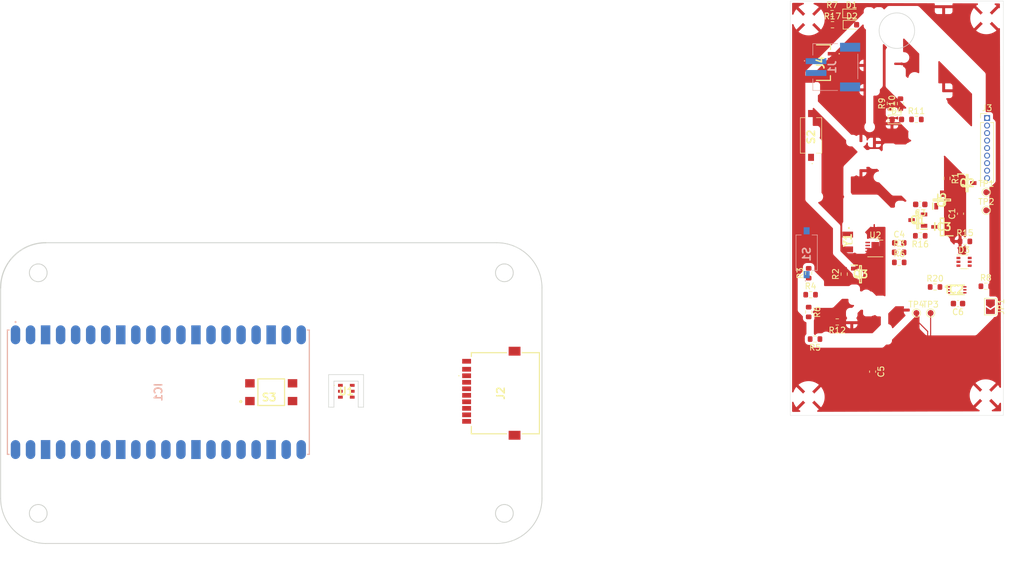
<source format=kicad_pcb>
(kicad_pcb (version 20221018) (generator pcbnew)
  (layers (0 "F.Cu" signal) (31 "B.Cu" signal) (34 "B.Paste" user) (35 "F.Paste" user) (36 "B.SilkS" user "B.Silkscreen") (37 "F.SilkS" user "F.Silkscreen") (38 "B.Mask" user) (39 "F.Mask" user) (44 "Edge.Cuts" user))
  (net 0 "")
  (net 4 "/HOLD_VSYS_EN")
  (net 6 "/ACT_LED")
  (net 7 "/SWITCH_STATUS")
  (net 8 "/RTC_ALARM")
  (net 9 "/RESET")
  (net 13 "/I2C1_SDA")
  (net 21 "/RUN")
  (net 27 "+3.3V")
  (net 30 "VSYS")
  (net 31 "VBUS")
  (net 32 "GND")
  (net 33 "+BATT")
  (net 35 "Net-(U1-VDD)")
  (net 37 "Net-(Q2-Pad1)")
  (net 38 "Net-(U2-~{INT})")
  (net 39 "V+_A0")
  (net 40 "Net-(U2-OSCI)")
  (net 41 "Net-(U2-OSCO)")
  (net 42 "Net-(D1-A)")
  (net 46 "/VSYS_EN")
  (net 47 "/ALARM_LED")
  (net 48 "Net-(IC2-ADDR)")
  (net 50 "Net-(D2-A)")
  (net 52 "/CS")
  (net 53 "/SCK")
  (net 54 "/SDcard/DAT2")
  (net 55 "/SDcard/DAT1")
  (net 56 "/SDcard/CARDDET")
  (net 57 "/MISO")
  (net 58 "/MOSI")
  (net 59 "/I2C1_SCL")
  (net 60 "/I2C0_SDA")
  (net 61 "/I2C0_SCL")
  (net 62 "/LDO/VSYS_EN")
  (net 63 "/LDO/VIN")
  (net 66 "/Button")
  (net 67 "Net-(D4-A)")
  (net 68 "/Record")
  (footprint "DMN3731U-7:SOT96P240X110-3N" (layer "F.Cu") (at 258.09 56.585 90)
    (fp_text reference "Q5" (at 0 0 90) (layer "F.SilkS") (effects (font (size 1.27 1.27) (thickness 0.254))))
    (fp_text value "DMN3731U-7" hide)
    (pad "1" smd rect (at -1.05 -0.96 180) (size 0.65 1.1) (layers "F.Cu" "F.Paste" "F.Mask") (net 62 "/LDO/VSYS_EN"))
    (pad "2" smd rect (at -1.05 0.96 180) (size 0.65 1.1) (layers "F.Cu" "F.Paste" "F.Mask") (net 32 "GND"))
    (pad "3" smd rect (at 1.05 0 180) (size 0.65 1.1) (layers "F.Cu" "F.Paste" "F.Mask") (net 37 "Net-(Q2-Pad1)"))
  )
  (footprint "HYCW110-TF10-180B:HYCW110TF10180B" (layer "F.Cu") (at 184.35 89.23 90)
    (fp_text reference "J2" (at 0 -0.775 90) (layer "F.SilkS") (effects (font (size 1.27 1.27) (thickness 0.254))))
    (fp_text value "HYCW110-TF10-180B" hide)
    (pad "" np_thru_hole circle (at -5 -3.35 90) (size 1.6 1.6) (drill 1.6) (layers "*.Cu" "*.Mask"))
    (pad "" np_thru_hole circle (at 5 -3.35 90) (size 1.6 1.6) (drill 1.6) (layers "*.Cu" "*.Mask"))
    (pad "1" smd rect (at 2.95 -6.55 90) (size 0.8 1.5) (layers "F.Cu" "F.Paste" "F.Mask") (net 54 "/SDcard/DAT2"))
    (pad "2" smd rect (at 1.85 -6.55 90) (size 0.8 1.5) (layers "F.Cu" "F.Paste" "F.Mask") (net 52 "/CS"))
    (pad "3" smd rect (at 0.75 -6.55 90) (size 0.8 1.5) (layers "F.Cu" "F.Paste" "F.Mask") (net 58 "/MOSI"))
    (pad "4" smd rect (at -0.35 -6.55 90) (size 0.8 1.5) (layers "F.Cu" "F.Paste" "F.Mask") (net 27 "+3.3V"))
    (pad "5" smd rect (at -1.45 -6.55 90) (size 0.8 1.5) (layers "F.Cu" "F.Paste" "F.Mask") (net 53 "/SCK"))
    (pad "6" smd rect (at -2.55 -6.55 90) (size 0.8 1.5) (layers "F.Cu" "F.Paste" "F.Mask") (net 32 "GND"))
    (pad "7" smd rect (at -3.65 -6.55 90) (size 0.8 1.5) (layers "F.Cu" "F.Paste" "F.Mask") (net 57 "/MISO"))
    (pad "8" smd rect (at -4.75 -6.55 90) (size 0.8 1.5) (layers "F.Cu" "F.Paste" "F.Mask") (net 55 "/SDcard/DAT1"))
    (pad "9" smd rect (at 5.4 -6.55 90) (size 0.8 1.5) (layers "F.Cu" "F.Paste" "F.Mask"))
    (pad "10" smd rect (at 4.05 -6.55 90) (size 0.8 1.5) (layers "F.Cu" "F.Paste" "F.Mask") (net 56 "/SDcard/CARDDET"))
    (pad "G1" smd rect (at 7.1 1.55 90) (size 1.5 2) (layers "F.Cu" "F.Paste" "F.Mask") (net 32 "GND"))
    (pad "G2" smd rect (at -7.1 1.55 90) (size 1.5 2) (layers "F.Cu" "F.Paste" "F.Mask") (net 32 "GND"))
  )
  (footprint "LED_SMD:LED_0603_1608Metric" (layer "F.Cu") (at 242.8925 26.985)
    (fp_text reference "D2" (at 0 -1.43) (layer "F.SilkS"))
    (fp_text value "RedLED")
    (pad "1" smd roundrect (at -0.7875 0) (size 0.875 0.95) (layers "F.Cu" "F.Paste" "F.Mask") (net 32 "GND"))
    (pad "2" smd roundrect (at 0.7875 0) (size 0.875 0.95) (layers "F.Cu" "F.Paste" "F.Mask") (net 50 "Net-(D2-A)"))
  )
  (footprint "TestPoint:TestPoint_Pad_D1.0mm" (layer "F.Cu") (at 253.78 75.685)
    (fp_text reference "TP4" (at 0 -1.448) (layer "F.SilkS"))
    (fp_text value "TestPoint")
    (pad "1" smd circle (at 0 0) (size 1 1) (layers "F.Cu" "F.Mask") (net 13 "/I2C1_SDA"))
  )
  (footprint "TL3305AF260QG:TL3305AF160QG" (layer "F.Cu") (at 144.795 89.054077)
    (fp_text reference "S3" (at -0.358 0.874) (layer "F.SilkS") (effects (font (size 1.27 1.27) (thickness 0.254))))
    (fp_text value "TL3305AF260QG" hide)
    (pad "1" smd rect (at -3.6 1.5 90) (size 1.4 1.6) (layers "F.Cu" "F.Paste" "F.Mask"))
    (pad "2" smd rect (at 3.6 1.5 90) (size 1.4 1.6) (layers "F.Cu" "F.Paste" "F.Mask") (net 32 "GND"))
    (pad "3" smd rect (at -3.6 -1.5 90) (size 1.4 1.6) (layers "F.Cu" "F.Paste" "F.Mask") (net 66 "/Button"))
    (pad "4" smd rect (at 3.6 -1.5 90) (size 1.4 1.6) (layers "F.Cu" "F.Paste" "F.Mask"))
  )
  (footprint "Q13FC1350000200:Q13FC1350000200" (layer "F.Cu") (at 242.18 63.685 -90)
    (fp_text reference "Y1" (at -0.325 0 90) (layer "F.SilkS") (effects (font (size 1.27 1.27) (thickness 0.254))))
    (fp_text value "Q13FC1350000200" hide)
    (pad "1" smd rect (at -1.25 0 270) (size 1 1.8) (layers "F.Cu" "F.Paste" "F.Mask") (net 40 "Net-(U2-OSCI)"))
    (pad "2" smd rect (at 1.25 0 270) (size 1 1.8) (layers "F.Cu" "F.Paste" "F.Mask") (net 41 "Net-(U2-OSCO)"))
  )
  (footprint "Resistor_SMD:R_0603_1608Metric" (layer "F.Cu") (at 235.905 72.585)
    (fp_text reference "R4" (at 0 -1.43) (layer "F.SilkS"))
    (fp_text value "10K")
    (pad "1" smd roundrect (at -0.825 0) (size 0.8 0.95) (layers "F.Cu" "F.Paste" "F.Mask") (net 61 "/I2C0_SCL"))
    (pad "2" smd roundrect (at 0.825 0) (size 0.8 0.95) (layers "F.Cu" "F.Paste" "F.Mask") (net 27 "+3.3V"))
  )
  (footprint "Resistor_SMD:R_0603_1608Metric" (layer "F.Cu") (at 254.43 62.635 180)
    (fp_text reference "R16" (at 0 -1.43) (layer "F.SilkS"))
    (fp_text value "120K")
    (pad "1" smd roundrect (at -0.825 0 180) (size 0.8 0.95) (layers "F.Cu" "F.Paste" "F.Mask") (net 63 "/LDO/VIN"))
    (pad "2" smd roundrect (at 0.825 0 180) (size 0.8 0.95) (layers "F.Cu" "F.Paste" "F.Mask") (net 31 "VBUS"))
  )
  (footprint "Capacitor_SMD:C_0603_1608Metric" (layer "F.Cu") (at 250.88 63.835)
    (fp_text reference "C4" (at 0 -1.43) (layer "F.SilkS"))
    (fp_text value "1uF")
    (pad "1" smd roundrect (at -0.775 0) (size 0.9 0.95) (layers "F.Cu" "F.Paste" "F.Mask") (net 39 "V+_A0"))
    (pad "2" smd roundrect (at 0.775 0) (size 0.9 0.95) (layers "F.Cu" "F.Paste" "F.Mask") (net 32 "GND"))
  )
  (footprint "Resistor_SMD:R_0603_1608Metric" (layer "F.Cu") (at 250.855 65.435)
    (fp_text reference "R3" (at 0 -1.43) (layer "F.SilkS"))
    (fp_text value "10K")
    (pad "1" smd roundrect (at -0.825 0) (size 0.8 0.95) (layers "F.Cu" "F.Paste" "F.Mask") (net 59 "/I2C1_SCL"))
    (pad "2" smd roundrect (at 0.825 0) (size 0.8 0.95) (layers "F.Cu" "F.Paste" "F.Mask") (net 27 "+3.3V"))
  )
  (footprint "Resistor_SMD:R_0603_1608Metric" (layer "F.Cu") (at 265.505 71.165)
    (fp_text reference "R8" (at 0 -1.43) (layer "F.SilkS"))
    (fp_text value "1K")
    (pad "1" smd roundrect (at -0.825 0) (size 0.8 0.95) (layers "F.Cu" "F.Paste" "F.Mask") (net 9 "/RESET"))
    (pad "2" smd roundrect (at 0.825 0) (size 0.8 0.95) (layers "F.Cu" "F.Paste" "F.Mask") (net 27 "+3.3V"))
  )
  (footprint "DMG2301L-7:SOT96P240X110-3N" (layer "F.Cu") (at 244.33 69.135)
    (fp_text reference "Q3" (at 0 0) (layer "F.SilkS") (effects (font (size 1.27 1.27) (thickness 0.254))))
    (fp_text value "DMG2301L-7" hide)
    (pad "1" smd rect (at -1.05 -0.96 90) (size 0.65 1.1) (layers "F.Cu" "F.Paste" "F.Mask") (net 38 "Net-(U2-~{INT})"))
    (pad "2" smd rect (at -1.05 0.96 90) (size 0.65 1.1) (layers "F.Cu" "F.Paste" "F.Mask") (net 39 "V+_A0"))
    (pad "3" smd rect (at 1.05 0 90) (size 0.65 1.1) (layers "F.Cu" "F.Paste" "F.Mask") (net 8 "/RTC_ALARM"))
  )
  (footprint "Resistor_SMD:R_0603_1608Metric" (layer "F.Cu") (at 253.78 42.985)
    (fp_text reference "R11" (at 0 -1.43) (layer "F.SilkS"))
    (fp_text value "1K")
    (pad "1" smd roundrect (at -0.825 0) (size 0.8 0.95) (layers "F.Cu" "F.Paste" "F.Mask") (net 68 "/Record"))
    (pad "2" smd roundrect (at 0.825 0) (size 0.8 0.95) (layers "F.Cu" "F.Paste" "F.Mask") (net 67 "Net-(D4-A)"))
  )
  (footprint "AP2138N-3.3TRG1:SOT95P282X145-3N" (layer "F.Cu") (at 258.13 61.135 180)
    (fp_text reference "IC3" (at 0 0) (layer "F.SilkS") (effects (font (size 1.27 1.27) (thickness 0.254))))
    (fp_text value "AP2138N-3.3TRG1" hide)
    (pad "1" smd rect (at -1.25 -0.95 270) (size 0.6 1.2) (layers "F.Cu" "F.Paste" "F.Mask") (net 32 "GND"))
    (pad "2" smd rect (at -1.25 0.95 270) (size 0.6 1.2) (layers "F.Cu" "F.Paste" "F.Mask") (net 39 "V+_A0"))
    (pad "3" smd rect (at 1.25 0 270) (size 0.6 1.2) (layers "F.Cu" "F.Paste" "F.Mask") (net 63 "/LDO/VIN"))
  )
  (footprint "Resistor_SMD:R_0603_1608Metric" (layer "F.Cu") (at 241.58 69.11 90)
    (fp_text reference "R2" (at 0 -1.43 90) (layer "F.SilkS"))
    (fp_text value "120K")
    (pad "1" smd roundrect (at -0.825 0 90) (size 0.8 0.95) (layers "F.Cu" "F.Paste" "F.Mask") (net 39 "V+_A0"))
    (pad "2" smd roundrect (at 0.825 0 90) (size 0.8 0.95) (layers "F.Cu" "F.Paste" "F.Mask") (net 38 "Net-(U2-~{INT})"))
  )
  (footprint "DMG2301L-7:SOT96P240X110-3N" (layer "F.Cu") (at 262.33 53.735)
    (fp_text reference "Q2" (at 0 0) (layer "F.SilkS") (effects (font (size 1.27 1.27) (thickness 0.254))))
    (fp_text value "DMG2301L-7" hide)
    (pad "1" smd rect (at -1.05 -0.96 90) (size 0.65 1.1) (layers "F.Cu" "F.Paste" "F.Mask") (net 37 "Net-(Q2-Pad1)"))
    (pad "2" smd rect (at -1.05 0.96 90) (size 0.65 1.1) (layers "F.Cu" "F.Paste" "F.Mask") (net 63 "/LDO/VIN"))
    (pad "3" smd rect (at 1.05 0 90) (size 0.65 1.1) (layers "F.Cu" "F.Paste" "F.Mask") (net 30 "VSYS"))
  )
  (footprint "Capacitor_SMD:C_0603_1608Metric" (layer "F.Cu") (at 246.38 85.585 -90)
    (fp_text reference "C5" (at 0 -1.43 90) (layer "F.SilkS"))
    (fp_text value "0.1uF")
    (pad "1" smd roundrect (at -0.775 0 270) (size 0.9 0.95) (layers "F.Cu" "F.Paste" "F.Mask") (net 35 "Net-(U1-VDD)"))
    (pad "2" smd roundrect (at 0.775 0 270) (size 0.9 0.95) (layers "F.Cu" "F.Paste" "F.Mask") (net 32 "GND"))
  )
  (footprint "AHT20:AHT20" (layer "F.Cu") (at 157.48 88.9)
    (fp_text reference "U1" (at 0 0) (layer "F.SilkS") (effects (font (size 1.27 1.27) (thickness 0.254))))
    (fp_text value "AHT20" hide)
    (pad "1" smd rect (at -1 -1 90) (size 0.5 0.8) (layers "F.Cu" "F.Paste" "F.Mask"))
    (pad "2" smd rect (at -1 0 90) (size 0.5 0.8) (layers "F.Cu" "F.Paste" "F.Mask") (net 35 "Net-(U1-VDD)"))
    (pad "3" smd rect (at -1 1 90) (size 0.5 0.8) (layers "F.Cu" "F.Paste" "F.Mask") (net 59 "/I2C1_SCL"))
    (pad "4" smd rect (at 1 1 90) (size 0.5 0.8) (layers "F.Cu" "F.Paste" "F.Mask") (net 13 "/I2C1_SDA"))
    (pad "5" smd rect (at 1 0 90) (size 0.5 0.8) (layers "F.Cu" "F.Paste" "F.Mask") (net 32 "GND"))
    (pad "6" smd rect (at 1 -1 90) (size 0.5 0.8) (layers "F.Cu" "F.Paste" "F.Mask"))
  )
  (footprint "Capacitor_SMD:C_0603_1608Metric" (layer "F.Cu") (at 261.23 58.91 90)
    (fp_text reference "C1" (at 0 -1.43 90) (layer "F.SilkS"))
    (fp_text value "1uF")
    (pad "1" smd roundrect (at -0.775 0 90) (size 0.9 0.95) (layers "F.Cu" "F.Paste" "F.Mask") (net 39 "V+_A0"))
    (pad "2" smd roundrect (at 0.775 0 90) (size 0.9 0.95) (layers "F.Cu" "F.Paste" "F.Mask") (net 32 "GND"))
  )
  (footprint "Capacitor_SMD:C_0603_1608Metric" (layer "F.Cu") (at 254.43 57.335 180)
    (fp_text reference "C3" (at 0 -1.43) (layer "F.SilkS"))
    (fp_text value "1uF")
    (pad "1" smd roundrect (at -0.775 0 180) (size 0.9 0.95) (layers "F.Cu" "F.Paste" "F.Mask") (net 63 "/LDO/VIN"))
    (pad "2" smd roundrect (at 0.775 0 180) (size 0.9 0.95) (layers "F.Cu" "F.Paste" "F.Mask") (net 32 "GND"))
  )
  (footprint "LED_SMD:LED_0603_1608Metric" (layer "F.Cu") (at 250.48 42.985)
    (fp_text reference "D4" (at 0 -1.43) (layer "F.SilkS"))
    (fp_text value "RedLED")
    (pad "1" smd roundrect (at -0.7875 0) (size 0.875 0.95) (layers "F.Cu" "F.Paste" "F.Mask") (net 32 "GND"))
    (pad "2" smd roundrect (at 0.7875 0) (size 0.875 0.95) (layers "F.Cu" "F.Paste" "F.Mask") (net 67 "Net-(D4-A)"))
  )
  (footprint "Capacitor_SMD:C_0603_1608Metric" (layer "F.Cu") (at 260.805 74.085 180)
    (fp_text reference "C6" (at 0 -1.43) (layer "F.SilkS"))
    (fp_text value "1uF")
    (pad "1" smd roundrect (at -0.775 0 180) (size 0.9 0.95) (layers "F.Cu" "F.Paste" "F.Mask") (net 9 "/RESET"))
    (pad "2" smd roundrect (at 0.775 0 180) (size 0.9 0.95) (layers "F.Cu" "F.Paste" "F.Mask") (net 32 "GND"))
  )
  (footprint "Resistor_SMD:R_0603_1608Metric" (layer "F.Cu") (at 239.605 26.985)
    (fp_text reference "R17" (at 0 -1.43) (layer "F.SilkS"))
    (fp_text value "1K")
    (pad "1" smd roundrect (at -0.825 0) (size 0.8 0.95) (layers "F.Cu" "F.Paste" "F.Mask") (net 47 "/ALARM_LED"))
    (pad "2" smd roundrect (at 0.825 0) (size 0.8 0.95) (layers "F.Cu" "F.Paste" "F.Mask") (net 50 "Net-(D2-A)"))
  )
  (footprint "Jumper:SolderJumper-2_P1.3mm_Open_TrianglePad1.0x1.5mm" (layer "F.Cu") (at 266.28 74.61 -90)
    (fp_text reference "JP1" (at 0 -1.8 90) (layer "F.SilkS"))
    (fp_text value "SolderJumper_2_Open")
    (pad "1" smd custom (at -0.725 0 270) (size 0.3 0.3) (layers "F.Cu" "F.Mask") (net 27 "+3.3V") (options (clearance outline) (anchor rect)) (primitives (gr_poly (pts (xy 1 0) (xy 0.5 0.75) (xy -0.5 0.75) (xy -0.5 -0.75) (xy 0.5 -0.75)) (width 0) (fill yes))))
    (pad "2" smd custom (at 0.725 0 270) (size 0.3 0.3) (layers "F.Cu" "F.Mask") (net 48 "Net-(IC2-ADDR)") (options (clearance outline) (anchor rect)) (primitives (gr_poly (pts (xy 0.5 0.75) (xy -0.65 0.75) (xy -0.15 0) (xy -0.65 -0.75) (xy 0.5 -0.75)) (width 0) (fill yes))))
  )
  (footprint "LED_SMD:LED_0603_1608Metric" (layer "F.Cu") (at 242.8175 25.085)
    (fp_text reference "D1" (at 0 -1.43) (layer "F.SilkS"))
    (fp_text value "WhiteLED")
    (pad "1" smd roundrect (at -0.7875 0) (size 0.875 0.95) (layers "F.Cu" "F.Paste" "F.Mask") (net 32 "GND"))
    (pad "2" smd roundrect (at 0.7875 0) (size 0.875 0.95) (layers "F.Cu" "F.Paste" "F.Mask") (net 42 "Net-(D1-A)"))
  )
  (footprint "Resistor_SMD:R_0603_1608Metric" (layer "F.Cu") (at 235.58 75.51 -90)
    (fp_text reference "R6" (at 0 -1.43 90) (layer "F.SilkS"))
    (fp_text value "10K")
    (pad "1" smd roundrect (at -0.825 0 270) (size 0.8 0.95) (layers "F.Cu" "F.Paste" "F.Mask") (net 13 "/I2C1_SDA"))
    (pad "2" smd roundrect (at 0.825 0 270) (size 0.8 0.95) (layers "F.Cu" "F.Paste" "F.Mask") (net 27 "+3.3V"))
  )
  (footprint "TS-1101-C-W:TS1101CW" (layer "F.Cu") (at 235.98 45.685 90)
    (fp_text reference "S2" (at -0.25 0 90) (layer "F.SilkS") (effects (font (size 1.27 1.27) (thickness 0.254))))
    (fp_text value "TS-1101-C-W" hide)
    (pad "1" smd rect (at -3.7 0 180) (size 1 1.2) (layers "F.Cu" "F.Paste" "F.Mask") (net 7 "/SWITCH_STATUS"))
    (pad "2" smd rect (at 3.7 0 180) (size 1 1.2) (layers "F.Cu" "F.Paste" "F.Mask") (net 39 "V+_A0"))
  )
  (footprint "TestPoint:TestPoint_Pad_D1.0mm" (layer "F.Cu") (at 265.58 55.285)
    (fp_text reference "TP1" (at 0 -1.448) (layer "F.SilkS"))
    (fp_text value "TestPoint")
    (pad "1" smd circle (at 0 0) (size 1 1) (layers "F.Cu" "F.Mask") (net 61 "/I2C0_SCL"))
  )
  (footprint "Resistor_SMD:R_0603_1608Metric" (layer "F.Cu") (at 239.53 25.085)
    (fp_text reference "R7" (at 0 -1.43) (layer "F.SilkS"))
    (fp_text value "1K")
    (pad "1" smd roundrect (at -0.825 0) (size 0.8 0.95) (layers "F.Cu" "F.Paste" "F.Mask") (net 6 "/ACT_LED"))
    (pad "2" smd roundrect (at 0.825 0) (size 0.8 0.95) (layers "F.Cu" "F.Paste" "F.Mask") (net 42 "Net-(D1-A)"))
  )
  (footprint "TestPoint:TestPoint_Pad_D1.0mm" (layer "F.Cu") (at 265.58 58.335)
    (fp_text reference "TP2" (at 0 -1.448) (layer "F.SilkS"))
    (fp_text value "TestPoint")
    (pad "1" smd circle (at 0 0) (size 1 1) (layers "F.Cu" "F.Mask") (net 60 "/I2C0_SDA"))
  )
  (footprint "Resistor_SMD:R_0603_1608Metric" (layer "F.Cu") (at 249.38 40.285 90)
    (fp_text reference "R9" (at 0 -1.43 90) (layer "F.SilkS"))
    (fp_text value "47K")
    (pad "1" smd roundrect (at -0.825 0 90) (size 0.8 0.95) (layers "F.Cu" "F.Paste" "F.Mask") (net 27 "+3.3V"))
    (pad "2" smd roundrect (at 0.825 0 90) (size 0.8 0.95) (layers "F.Cu" "F.Paste" "F.Mask") (net 56 "/SDcard/CARDDET"))
  )
  (footprint "Resistor_SMD:R_0603_1608Metric" (layer "F.Cu") (at 235.58 68.96 90)
    (fp_text reference "R3" (at 0 -1.43 90) (layer "F.SilkS"))
    (fp_text value "10K")
    (pad "1" smd roundrect (at -0.825 0 90) (size 0.8 0.95) (layers "F.Cu" "F.Paste" "F.Mask") (net 59 "/I2C1_SCL"))
    (pad "2" smd roundrect (at 0.825 0 90) (size 0.8 0.95) (layers "F.Cu" "F.Paste" "F.Mask") (net 27 "+3.3V"))
  )
  (footprint "Connector_PinHeader_1.27mm:PinHeader_1x09_P1.27mm_Vertical" (layer "F.Cu") (at 265.72 42.745)
    (fp_text reference "J3" (at 0 -1.695) (layer "F.SilkS"))
    (fp_text value "Conn_01x09_Pin")
    (pad "1" thru_hole rect (at 0 0) (size 1 1) (drill 0.65) (layers "*.Cu" "*.Mask") (net 27 "+3.3V"))
    (pad "2" thru_hole oval (at 0 1.27) (size 1 1) (drill 0.65) (layers "*.Cu" "*.Mask") (net 32 "GND"))
    (pad "3" thru_hole oval (at 0 2.54) (size 1 1) (drill 0.65) (layers "*.Cu" "*.Mask") (net 53 "/SCK"))
    (pad "4" thru_hole oval (at 0 3.81) (size 1 1) (drill 0.65) (layers "*.Cu" "*.Mask") (net 57 "/MISO"))
    (pad "5" thru_hole oval (at 0 5.08) (size 1 1) (drill 0.65) (layers "*.Cu" "*.Mask") (net 58 "/MOSI"))
    (pad "6" thru_hole oval (at 0 6.35) (size 1 1) (drill 0.65) (layers "*.Cu" "*.Mask") (net 52 "/CS"))
    (pad "7" thru_hole oval (at 0 7.62) (size 1 1) (drill 0.65) (layers "*.Cu" "*.Mask") (net 55 "/SDcard/DAT1"))
    (pad "8" thru_hole oval (at 0 8.89) (size 1 1) (drill 0.65) (layers "*.Cu" "*.Mask") (net 54 "/SDcard/DAT2"))
    (pad "9" thru_hole oval (at 0 10.16) (size 1 1) (drill 0.65) (layers "*.Cu" "*.Mask") (net 56 "/SDcard/CARDDET"))
  )
  (footprint "Resistor_SMD:R_0603_1608Metric" (layer "F.Cu") (at 258.93 52.935 -90)
    (fp_text reference "R1" (at 0 -1.43 90) (layer "F.SilkS"))
    (fp_text value "120K")
    (pad "1" smd roundrect (at -0.825 0 270) (size 0.8 0.95) (layers "F.Cu" "F.Paste" "F.Mask") (net 37 "Net-(Q2-Pad1)"))
    (pad "2" smd roundrect (at 0.825 0 270) (size 0.8 0.95) (layers "F.Cu" "F.Paste" "F.Mask") (net 63 "/LDO/VIN"))
  )
  (footprint "Resistor_SMD:R_0603_1608Metric" (layer "F.Cu") (at 236.655 80.085 180)
    (fp_text reference "R5" (at 0 -1.43) (layer "F.SilkS"))
    (fp_text value "10K")
    (pad "1" smd roundrect (at -0.825 0 180) (size 0.8 0.95) (layers "F.Cu" "F.Paste" "F.Mask") (net 60 "/I2C0_SDA"))
    (pad "2" smd roundrect (at 0.825 0 180) (size 0.8 0.95) (layers "F.Cu" "F.Paste" "F.Mask") (net 27 "+3.3V"))
  )
  (footprint "Resistor_SMD:R_0603_1608Metric" (layer "F.Cu") (at 250.88 67.135)
    (fp_text reference "R6" (at 0 -1.43) (layer "F.SilkS"))
    (fp_text value "10K")
    (pad "1" smd roundrect (at -0.825 0) (size 0.8 0.95) (layers "F.Cu" "F.Paste" "F.Mask") (net 13 "/I2C1_SDA"))
    (pad "2" smd roundrect (at 0.825 0) (size 0.8 0.95) (layers "F.Cu" "F.Paste" "F.Mask") (net 27 "+3.3V"))
  )
  (footprint "Resistor_SMD:R_0603_1608Metric" (layer "F.Cu") (at 256.93 71.285)
    (fp_text reference "R20" (at 0 -1.43) (layer "F.SilkS"))
    (fp_text value "10K")
    (pad "1" smd roundrect (at -0.825 0) (size 0.8 0.95) (layers "F.Cu" "F.Paste" "F.Mask") (net 32 "GND"))
    (pad "2" smd roundrect (at 0.825 0) (size 0.8 0.95) (layers "F.Cu" "F.Paste" "F.Mask") (net 48 "Net-(IC2-ADDR)"))
  )
  (footprint "Resistor_SMD:R_0603_1608Metric" (layer "F.Cu") (at 240.405 77.185 180)
    (fp_text reference "R12" (at 0 -1.43) (layer "F.SilkS"))
    (fp_text value "220")
    (pad "1" smd roundrect (at -0.825 0 180) (size 0.8 0.95) (layers "F.Cu" "F.Paste" "F.Mask") (net 35 "Net-(U1-VDD)"))
    (pad "2" smd roundrect (at 0.825 0 180) (size 0.8 0.95) (layers "F.Cu" "F.Paste" "F.Mask") (net 27 "+3.3V"))
  )
  (footprint "Package_TO_SOT_SMD:SOT-363_SC-70-6" (layer "F.Cu") (at 261.83 67.035)
    (fp_text reference "D3" (at 0 -2) (layer "F.SilkS"))
    (fp_text value "1PS88SB48")
    (pad "1" smd rect (at -0.95 -0.65) (size 0.65 0.4) (layers "F.Cu" "F.Paste" "F.Mask") (net 7 "/SWITCH_STATUS"))
    (pad "2" smd rect (at -0.95 0) (size 0.65 0.4) (layers "F.Cu" "F.Paste" "F.Mask"))
    (pad "3" smd rect (at -0.95 0.65) (size 0.65 0.4) (layers "F.Cu" "F.Paste" "F.Mask") (net 46 "/VSYS_EN"))
    (pad "4" smd rect (at 0.95 0.65) (size 0.65 0.4) (layers "F.Cu" "F.Paste" "F.Mask") (net 4 "/HOLD_VSYS_EN"))
    (pad "5" smd rect (at 0.95 0) (size 0.65 0.4) (layers "F.Cu" "F.Paste" "F.Mask") (net 8 "/RTC_ALARM"))
    (pad "6" smd rect (at 0.95 -0.65) (size 0.65 0.4) (layers "F.Cu" "F.Paste" "F.Mask") (net 46 "/VSYS_EN"))
  )
  (footprint "Package_DFN_QFN:DFN-10-1EP_2.6x2.6mm_P0.5mm_EP1.3x2.2mm" (layer "F.Cu") (at 246.835 64.775)
    (fp_text reference "U2" (at 0 -2.25) (layer "F.SilkS"))
    (fp_text value "PCF85063ATL")
    (pad "1" smd roundrect (at -1.275 -1) (size 0.8 0.25) (layers "F.Cu" "F.Paste" "F.Mask") (net 40 "Net-(U2-OSCI)"))
    (pad "2" smd roundrect (at -1.275 -0.5) (size 0.8 0.25) (layers "F.Cu" "F.Paste" "F.Mask") (net 41 "Net-(U2-OSCO)"))
    (pad "3" smd roundrect (at -1.275 0) (size 0.8 0.25) (layers "F.Cu" "F.Paste" "F.Mask") (net 39 "V+_A0"))
    (pad "4" smd roundrect (at -1.275 0.5) (size 0.8 0.25) (layers "F.Cu" "F.Paste" "F.Mask") (net 38 "Net-(U2-~{INT})"))
    (pad "5" smd roundrect (at -1.275 1) (size 0.8 0.25) (layers "F.Cu" "F.Paste" "F.Mask") (net 32 "GND"))
    (pad "6" smd roundrect (at 1.275 1) (size 0.8 0.25) (layers "F.Cu" "F.Paste" "F.Mask") (net 13 "/I2C1_SDA"))
    (pad "7" smd roundrect (at 1.275 0.5) (size 0.8 0.25) (layers "F.Cu" "F.Paste" "F.Mask") (net 59 "/I2C1_SCL"))
    (pad "8" smd roundrect (at 1.275 0) (size 0.8 0.25) (layers "F.Cu" "F.Paste" "F.Mask"))
    (pad "9" smd roundrect (at 1.275 -0.5) (size 0.8 0.25) (layers "F.Cu" "F.Paste" "F.Mask") (net 47 "/ALARM_LED"))
    (pad "10" smd roundrect (at 1.275 -1) (size 0.8 0.25) (layers "F.Cu" "F.Paste" "F.Mask") (net 39 "V+_A0"))
    (pad "11" smd rect (at 0 0) (size 1.3 2.2) (layers "F.Cu" "F.Mask"))
  )
  (footprint "SM04B-SRSS-TB:SM04BSRSSTB" (layer "F.Cu") (at 237.293 33.385 -90)
    (fp_text reference "J4" (at 0 -0.288 90) (layer "F.SilkS") (effects (font (size 1.27 1.27) (thickness 0.254))))
    (fp_text value "SM04B-SRSS-TB" hide)
    (pad "1" smd rect (at -1.5 -2.287 270) (size 0.6 1.55) (layers "F.Cu" "F.Paste" "F.Mask") (net 59 "/I2C1_SCL"))
    (pad "2" smd rect (at -0.5 -2.287 270) (size 0.6 1.55) (layers "F.Cu" "F.Paste" "F.Mask") (net 13 "/I2C1_SDA"))
    (pad "3" smd rect (at 0.5 -2.287 270) (size 0.6 1.55) (layers "F.Cu" "F.Paste" "F.Mask") (net 27 "+3.3V"))
    (pad "4" smd rect (at 1.5 -2.287 270) (size 0.6 1.55) (layers "F.Cu" "F.Paste" "F.Mask") (net 32 "GND"))
    (pad "MP1" smd rect (at -2.8 1.588 270) (size 1.2 1.8) (layers "F.Cu" "F.Paste" "F.Mask") (net 32 "GND"))
    (pad "MP2" smd rect (at 2.8 1.588 270) (size 1.2 1.8) (layers "F.Cu" "F.Paste" "F.Mask") (net 32 "GND"))
  )
  (footprint "TestPoint:TestPoint_Pad_D1.0mm" (layer "F.Cu") (at 256.18 75.685)
    (fp_text reference "TP3" (at 0 -1.448) (layer "F.SilkS"))
    (fp_text value "TestPoint")
    (pad "1" smd circle (at 0 0) (size 1 1) (layers "F.Cu" "F.Mask") (net 59 "/I2C1_SCL"))
  )
  (footprint "Resistor_SMD:R_0603_1608Metric" (layer "F.Cu") (at 251.08 40.31 90)
    (fp_text reference "R10" (at 0 -1.43 90) (layer "F.SilkS"))
    (fp_text value "47K")
    (pad "1" smd roundrect (at -0.825 0 90) (size 0.8 0.95) (layers "F.Cu" "F.Paste" "F.Mask") (net 27 "+3.3V"))
    (pad "2" smd roundrect (at 0.825 0 90) (size 0.8 0.95) (layers "F.Cu" "F.Paste" "F.Mask") (net 54 "/SDcard/DAT2"))
  )
  (footprint "BH1750:WSOF6" (layer "F.Cu") (at 260.585 71.765)
    (fp_text reference "IC2" (at -0.357 -0.055) (layer "F.SilkS") (effects (font (size 1.27 1.27) (thickness 0.254))))
    (fp_text value "BH1750FVI-TR" hide)
    (pad "1" smd rect (at -1.375 -0.5 90) (size 0.25 0.55) (layers "F.Cu" "F.Paste" "F.Mask") (net 27 "+3.3V"))
    (pad "2" smd rect (at -1.375 0 90) (size 0.25 0.55) (layers "F.Cu" "F.Paste" "F.Mask") (net 48 "Net-(IC2-ADDR)"))
    (pad "3" smd rect (at -1.375 0.5 90) (size 0.25 0.55) (layers "F.Cu" "F.Paste" "F.Mask") (net 32 "GND"))
    (pad "4" smd rect (at 1.375 0.5 90) (size 0.25 0.55) (layers "F.Cu" "F.Paste" "F.Mask") (net 13 "/I2C1_SDA"))
    (pad "5" smd rect (at 1.375 0 90) (size 0.25 0.55) (layers "F.Cu" "F.Paste" "F.Mask") (net 9 "/RESET"))
    (pad "6" smd rect (at 1.375 -0.5 90) (size 0.25 0.55) (layers "F.Cu" "F.Paste" "F.Mask") (net 59 "/I2C1_SCL"))
  )
  (footprint "Resistor_SMD:R_0603_1608Metric" (layer "F.Cu") (at 261.98 63.585)
    (fp_text reference "R15" (at 0 -1.43) (layer "F.SilkS"))
    (fp_text value "620K")
    (pad "1" smd roundrect (at -0.825 0) (size 0.8 0.95) (layers "F.Cu" "F.Paste" "F.Mask") (net 32 "GND"))
    (pad "2" smd roundrect (at 0.825 0) (size 0.8 0.95) (layers "F.Cu" "F.Paste" "F.Mask") (net 46 "/VSYS_EN"))
  )
  (footprint "DMG2301L-7:SOT96P240X110-3N" (layer "F.Cu") (at 254.02 59.985 180)
    (fp_text reference "Q1" (at 0 0) (layer "F.SilkS") (effects (font (size 1.27 1.27) (thickness 0.254))))
    (fp_text value "DMG2301L-7" hide)
    (pad "1" smd rect (at -1.05 -0.96 270) (size 0.65 1.1) (layers "F.Cu" "F.Paste" "F.Mask") (net 31 "VBUS"))
    (pad "2" smd rect (at -1.05 0.96 270) (size 0.65 1.1) (layers "F.Cu" "F.Paste" "F.Mask") (net 63 "/LDO/VIN"))
    (pad "3" smd rect (at 1.05 0 270) (size 0.65 1.1) (layers "F.Cu" "F.Paste" "F.Mask") (net 33 "+BATT"))
  )
  (footprint "TS-1101-C-W:TS1101CW" (layer "B.Cu") (at 235.24 65.495 90)
    (fp_text reference "S1" (at -0.25 0 90) (layer "B.SilkS") (effects (font (size 1.27 1.27) (thickness 0.254)) (justify mirror)))
    (fp_text value "TS-1101-C-W" hide)
    (pad "1" smd rect (at -3.7 0) (size 1 1.2) (layers "B.Cu" "B.Paste" "B.Mask") (net 21 "/RUN"))
    (pad "2" smd rect (at 3.7 0) (size 1 1.2) (layers "B.Cu" "B.Paste" "B.Mask") (net 32 "GND"))
  )
  (footprint "PICO_W:RASPBERRYPIPICOW" (layer "B.Cu") (at 125.73 89.054077 -90)
    (fp_text reference "IC1" (at 0 0 90) (layer "B.SilkS") (effects (font (size 1.27 1.27) (thickness 0.254)) (justify mirror)))
    (fp_text value "RASPBERRY_PI_PICO_W" hide)
    (pad "1" smd oval (at -9.69 24.13 180) (size 1.6 3.2) (layers "B.Cu" "B.Paste" "B.Mask"))
    (pad "2" smd oval (at -9.69 21.59 180) (size 1.6 3.2) (layers "B.Cu" "B.Paste" "B.Mask"))
    (pad "3" smd rect (at -9.69 19.05 180) (size 1.6 3.2) (layers "B.Cu" "B.Paste" "B.Mask"))
    (pad "4" smd oval (at -9.69 16.51 180) (size 1.6 3.2) (layers "B.Cu" "B.Paste" "B.Mask") (net 4 "/HOLD_VSYS_EN"))
    (pad "5" smd oval (at -9.69 13.97 180) (size 1.6 3.2) (layers "B.Cu" "B.Paste" "B.Mask") (net 66 "/Button"))
    (pad "6" smd oval (at -9.69 11.43 180) (size 1.6 3.2) (layers "B.Cu" "B.Paste" "B.Mask") (net 13 "/I2C1_SDA"))
    (pad "7" smd oval (at -9.69 8.89 180) (size 1.6 3.2) (layers "B.Cu" "B.Paste" "B.Mask") (net 59 "/I2C1_SCL"))
    (pad "8" smd rect (at -9.69 6.35 180) (size 1.6 3.2) (layers "B.Cu" "B.Paste" "B.Mask"))
    (pad "9" smd oval (at -9.69 3.81 180) (size 1.6 3.2) (layers "B.Cu" "B.Paste" "B.Mask") (net 6 "/ACT_LED"))
    (pad "10" smd oval (at -9.69 1.27 180) (size 1.6 3.2) (layers "B.Cu" "B.Paste" "B.Mask") (net 7 "/SWITCH_STATUS"))
    (pad "11" smd oval (at -9.69 -1.27 180) (size 1.6 3.2) (layers "B.Cu" "B.Paste" "B.Mask") (net 57 "/MISO"))
    (pad "12" smd oval (at -9.69 -3.81 180) (size 1.6 3.2) (layers "B.Cu" "B.Paste" "B.Mask") (net 52 "/CS"))
    (pad "13" smd rect (at -9.69 -6.35 180) (size 1.6 3.2) (layers "B.Cu" "B.Paste" "B.Mask"))
    (pad "14" smd oval (at -9.69 -8.89 180) (size 1.6 3.2) (layers "B.Cu" "B.Paste" "B.Mask") (net 53 "/SCK"))
    (pad "15" smd oval (at -9.69 -11.43 180) (size 1.6 3.2) (layers "B.Cu" "B.Paste" "B.Mask") (net 58 "/MOSI"))
    (pad "16" smd oval (at -9.69 -13.97 180) (size 1.6 3.2) (layers "B.Cu" "B.Paste" "B.Mask") (net 68 "/Record"))
    (pad "17" smd oval (at -9.69 -16.51 180) (size 1.6 3.2) (layers "B.Cu" "B.Paste" "B.Mask"))
    (pad "18" smd rect (at -9.69 -19.05 180) (size 1.6 3.2) (layers "B.Cu" "B.Paste" "B.Mask"))
    (pad "19" smd oval (at -9.69 -21.59 180) (size 1.6 3.2) (layers "B.Cu" "B.Paste" "B.Mask") (net 8 "/RTC_ALARM"))
    (pad "20" smd oval (at -9.69 -24.13 180) (size 1.6 3.2) (layers "B.Cu" "B.Paste" "B.Mask") (net 9 "/RESET"))
    (pad "21" smd oval (at 9.69 -24.13 180) (size 1.6 3.2) (layers "B.Cu" "B.Paste" "B.Mask") (net 60 "/I2C0_SDA"))
    (pad "22" smd oval (at 9.69 -21.59 180) (size 1.6 3.2) (layers "B.Cu" "B.Paste" "B.Mask") (net 61 "/I2C0_SCL"))
    (pad "23" smd rect (at 9.69 -19.05 180) (size 1.6 3.2) (layers "B.Cu" "B.Paste" "B.Mask"))
    (pad "24" smd oval (at 9.69 -16.51 180) (size 1.6 3.2) (layers "B.Cu" "B.Paste" "B.Mask"))
    (pad "25" smd oval (at 9.69 -13.97 180) (size 1.6 3.2) (layers "B.Cu" "B.Paste" "B.Mask"))
    (pad "26" smd oval (at 9.69 -11.43 180) (size 1.6 3.2) (layers "B.Cu" "B.Paste" "B.Mask"))
    (pad "27" smd oval (at 9.69 -8.89 180) (size 1.6 3.2) (layers "B.Cu" "B.Paste" "B.Mask"))
    (pad "28" smd rect (at 9.69 -6.35 180) (size 1.6 3.2) (layers "B.Cu" "B.Paste" "B.Mask"))
    (pad "29" smd oval (at 9.69 -3.81 180) (size 1.6 3.2) (layers "B.Cu" "B.Paste" "B.Mask"))
    (pad "30" smd oval (at 9.69 -1.27 180) (size 1.6 3.2) (layers "B.Cu" "B.Paste" "B.Mask") (net 21 "/RUN"))
    (pad "31" smd oval (at 9.69 1.27 180) (size 1.6 3.2) (layers "B.Cu" "B.Paste" "B.Mask"))
    (pad "32" smd oval (at 9.69 3.81 180) (size 1.6 3.2) (layers "B.Cu" "B.Paste" "B.Mask"))
    (pad "33" smd rect (at 9.69 6.35 180) (size 1.6 3.2) (layers "B.Cu" "B.Paste" "B.Mask"))
    (pad "34" smd oval (at 9.69 8.89 180) (size 1.6 3.2) (layers "B.Cu" "B.Paste" "B.Mask"))
    (pad "35" smd oval (at 9.69 11.43 180) (size 1.6 3.2) (layers "B.Cu" "B.Paste" "B.Mask"))
    (pad "36" smd oval (at 9.69 13.97 180) (size 1.6 3.2) (layers "B.Cu" "B.Paste" "B.Mask") (net 27 "+3.3V"))
    (pad "37" smd oval (at 9.69 16.51 180) (size 1.6 3.2) (layers "B.Cu" "B.Paste" "B.Mask"))
    (pad "38" smd rect (at 9.69 19.05 180) (size 1.6 3.2) (layers "B.Cu" "B.Paste" "B.Mask"))
    (pad "39" smd oval (at 9.69 21.59 180) (size 1.6 3.2) (layers "B.Cu" "B.Paste" "B.Mask") (net 30 "VSYS"))
    (pad "40" smd oval (at 9.69 24.13 180) (size 1.6 3.2) (layers "B.Cu" "B.Paste" "B.Mask") (net 31 "VBUS"))
  )
  (footprint "S2B-PH-SM4-TB(LF)(SN):S2BPHSM4TBLFSN" (layer "B.Cu") (at 240.08 34.135 90)
    (fp_text reference "J1" (at 0 -0.525 90) (layer "B.SilkS") (effects (font (size 1.27 1.27) (thickness 0.254)) (justify mirror)))
    (fp_text value "S2B-PH-SM4-TB_LF__SN_" hide)
    (pad "1" smd rect (at 1 -3.25 90) (size 1 3.5) (layers "B.Cu" "B.Paste" "B.Mask") (net 33 "+BATT"))
    (pad "2" smd rect (at -1 -3.25 90) (size 1 3.5) (layers "B.Cu" "B.Paste" "B.Mask") (net 32 "GND"))
    (pad "MP1" smd rect (at 3.35 2.5 90) (size 1.5 3.4) (layers "B.Cu" "B.Paste" "B.Mask"))
    (pad "MP2" smd rect (at -3.35 2.5 90) (size 1.5 3.4) (layers "B.Cu" "B.Paste" "B.Mask"))
  )
  (gr_arc (start 190.53 106.988154) (mid 188.298154 112.376308) (end 182.91 114.608154) (stroke (width 0.15)) (layer "Edge.Cuts"))
  (gr_line (start 155.39 87.19) (end 155.39 91.59) (stroke (width 0.1)) (layer "Edge.Cuts"))
  (gr_circle (center 105.44 68.888154) (end 106.94 68.888154) (stroke (width 0.15)) (fill none) (layer "Edge.Cuts"))
  (gr_line (start 182.91 114.608154) (end 106.71 114.608154) (stroke (width 0.15)) (layer "Edge.Cuts"))
  (gr_line (start 160.39 86.09) (end 160.39 91.59) (stroke (width 0.1)) (layer "Edge.Cuts"))
  (gr_line (start 159.49 91.59) (end 159.49 87.19) (stroke (width 0.1)) (layer "Edge.Cuts"))
  (gr_line (start 155.39 91.59) (end 154.49 91.59) (stroke (width 0.1)) (layer "Edge.Cuts"))
  (gr_arc (start 99.09 71.428154) (mid 101.321846 66.04) (end 106.71 63.808154) (stroke (width 0.2)) (layer "Edge.Cuts"))
  (gr_line (start 99.09 106.988154) (end 99.09 71.428154) (stroke (width 0.15)) (layer "Edge.Cuts"))
  (gr_line (start 160.39 91.59) (end 159.49 91.59) (stroke (width 0.1)) (layer "Edge.Cuts"))
  (gr_line (start 106.71 63.808154) (end 182.91 63.808154) (stroke (width 0.15)) (layer "Edge.Cuts"))
  (gr_line (start 154.49 91.59) (end 154.49 86.09) (stroke (width 0.1)) (layer "Edge.Cuts"))
  (gr_circle (center 184.18 68.888154) (end 185.68 68.888154) (stroke (width 0.15)) (fill none) (layer "Edge.Cuts"))
  (gr_line (start 154.49 86.09) (end 160.39 86.09) (stroke (width 0.1)) (layer "Edge.Cuts"))
  (gr_line (start 190.53 71.428154) (end 190.53 106.988154) (stroke (width 0.15)) (layer "Edge.Cuts"))
  (gr_circle (center 184.18 109.528154) (end 185.68 109.528154) (stroke (width 0.15)) (fill none) (layer "Edge.Cuts"))
  (gr_rect (start 232.48 22.985) (end 268.48 92.985) (stroke (width 0.05)) (fill none) (layer "Edge.Cuts"))
  (gr_line (start 159.49 87.19) (end 155.39 87.19) (stroke (width 0.1)) (layer "Edge.Cuts"))
  (gr_circle (center 250.48 27.985) (end 253.48 27.985) (stroke (width 0.1)) (fill none) (layer "Edge.Cuts"))
  (gr_arc (start 182.91 63.808154) (mid 188.298154 66.04) (end 190.53 71.428154) (stroke (width 0.15)) (layer "Edge.Cuts"))
  (gr_arc (start 106.71 114.608154) (mid 101.321846 112.376308) (end 99.09 106.988154) (stroke (width 0.15)) (layer "Edge.Cuts"))
  (gr_circle (center 105.44 109.528154) (end 106.94 109.528154) (stroke (width 0.15)) (fill none) (layer "Edge.Cuts"))
  (segment (start 253.78 76.885) (end 253.78 75.685) (width 0.18) (layer "F.Cu") (net 13))
  (segment (start 249.87 83.475) (end 250.18 83.785) (width 0.18) (layer "F.Cu") (net 13))
  (segment (start 255.68 78.785) (end 253.78 76.885) (width 0.18) (layer "F.Cu") (net 13))
  (segment (start 250.18 83.785) (end 255.08 83.785) (width 0.18) (layer "F.Cu") (net 13))
  (segment (start 255.68 83.185) (end 255.68 78.785) (width 0.18) (layer "F.Cu") (net 13))
  (segment (start 255.08 83.785) (end 255.68 83.185) (width 0.18) (layer "F.Cu") (net 13))
  (segment (start 247.87 84.075) (end 247.98 84.185) (width 0.18) (layer "F.Cu") (net 59))
  (segment (start 256.28 83.385) (end 256.18 83.285) (width 0.18) (layer "F.Cu") (net 59))
  (segment (start 256.18 83.285) (end 256.18 75.685) (width 0.18) (layer "F.Cu") (net 59))
  (segment (start 247.98 84.185) (end 255.48 84.185) (width 0.18) (layer "F.Cu") (net 59))
  (segment (start 255.48 84.185) (end 256.28 83.385) (width 0.18) (layer "F.Cu") (net 59))
  (zone (net 32) (net_name "GND") (layer "F.Cu") (connect_pads (clearance 0.5)) (min_thickness 0.25) (fill yes (thermal_gap 0.5) (thermal_bridge_width 0.5))
    (polygon (pts (xy 232.78 23.285) (xy 267.88 23.385) (xy 268.08 92.285) (xy 232.78 92.385)))
  )
)
</source>
